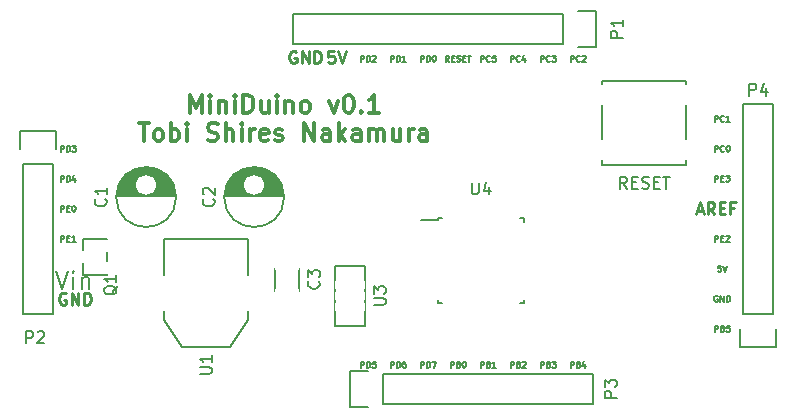
<source format=gbr>
G04 #@! TF.FileFunction,Legend,Top*
%FSLAX46Y46*%
G04 Gerber Fmt 4.6, Leading zero omitted, Abs format (unit mm)*
G04 Created by KiCad (PCBNEW 4.0.1-stable) date 9/12/2016 12:56:57 PM*
%MOMM*%
G01*
G04 APERTURE LIST*
%ADD10C,0.100000*%
%ADD11C,0.127000*%
%ADD12C,0.228600*%
%ADD13C,0.177800*%
%ADD14C,0.300000*%
%ADD15C,0.150000*%
%ADD16R,1.700000X1.700000*%
%ADD17C,1.700000*%
%ADD18R,2.000000X2.400000*%
%ADD19R,2.432000X2.127200*%
%ADD20O,2.432000X2.127200*%
%ADD21R,2.127200X2.432000*%
%ADD22O,2.127200X2.432000*%
%ADD23R,1.600000X1.100000*%
%ADD24R,2.050000X1.800000*%
%ADD25R,4.057600X2.432000*%
%ADD26R,1.416000X2.432000*%
%ADD27R,2.500000X0.700000*%
%ADD28R,2.000000X0.950000*%
%ADD29R,0.950000X2.000000*%
%ADD30C,2.600000*%
G04 APERTURE END LIST*
D10*
D11*
X191903047Y-48489810D02*
X191903047Y-47981810D01*
X192096571Y-47981810D01*
X192144952Y-48006000D01*
X192169143Y-48030190D01*
X192193333Y-48078571D01*
X192193333Y-48151143D01*
X192169143Y-48199524D01*
X192144952Y-48223714D01*
X192096571Y-48247905D01*
X191903047Y-48247905D01*
X192701333Y-48441429D02*
X192677143Y-48465619D01*
X192604571Y-48489810D01*
X192556190Y-48489810D01*
X192483619Y-48465619D01*
X192435238Y-48417238D01*
X192411047Y-48368857D01*
X192386857Y-48272095D01*
X192386857Y-48199524D01*
X192411047Y-48102762D01*
X192435238Y-48054381D01*
X192483619Y-48006000D01*
X192556190Y-47981810D01*
X192604571Y-47981810D01*
X192677143Y-48006000D01*
X192701333Y-48030190D01*
X192894857Y-48030190D02*
X192919047Y-48006000D01*
X192967428Y-47981810D01*
X193088381Y-47981810D01*
X193136762Y-48006000D01*
X193160952Y-48030190D01*
X193185143Y-48078571D01*
X193185143Y-48126952D01*
X193160952Y-48199524D01*
X192870666Y-48489810D01*
X193185143Y-48489810D01*
X189363047Y-48489810D02*
X189363047Y-47981810D01*
X189556571Y-47981810D01*
X189604952Y-48006000D01*
X189629143Y-48030190D01*
X189653333Y-48078571D01*
X189653333Y-48151143D01*
X189629143Y-48199524D01*
X189604952Y-48223714D01*
X189556571Y-48247905D01*
X189363047Y-48247905D01*
X190161333Y-48441429D02*
X190137143Y-48465619D01*
X190064571Y-48489810D01*
X190016190Y-48489810D01*
X189943619Y-48465619D01*
X189895238Y-48417238D01*
X189871047Y-48368857D01*
X189846857Y-48272095D01*
X189846857Y-48199524D01*
X189871047Y-48102762D01*
X189895238Y-48054381D01*
X189943619Y-48006000D01*
X190016190Y-47981810D01*
X190064571Y-47981810D01*
X190137143Y-48006000D01*
X190161333Y-48030190D01*
X190330666Y-47981810D02*
X190645143Y-47981810D01*
X190475809Y-48175333D01*
X190548381Y-48175333D01*
X190596762Y-48199524D01*
X190620952Y-48223714D01*
X190645143Y-48272095D01*
X190645143Y-48393048D01*
X190620952Y-48441429D01*
X190596762Y-48465619D01*
X190548381Y-48489810D01*
X190403238Y-48489810D01*
X190354857Y-48465619D01*
X190330666Y-48441429D01*
X186823047Y-48489810D02*
X186823047Y-47981810D01*
X187016571Y-47981810D01*
X187064952Y-48006000D01*
X187089143Y-48030190D01*
X187113333Y-48078571D01*
X187113333Y-48151143D01*
X187089143Y-48199524D01*
X187064952Y-48223714D01*
X187016571Y-48247905D01*
X186823047Y-48247905D01*
X187621333Y-48441429D02*
X187597143Y-48465619D01*
X187524571Y-48489810D01*
X187476190Y-48489810D01*
X187403619Y-48465619D01*
X187355238Y-48417238D01*
X187331047Y-48368857D01*
X187306857Y-48272095D01*
X187306857Y-48199524D01*
X187331047Y-48102762D01*
X187355238Y-48054381D01*
X187403619Y-48006000D01*
X187476190Y-47981810D01*
X187524571Y-47981810D01*
X187597143Y-48006000D01*
X187621333Y-48030190D01*
X188056762Y-48151143D02*
X188056762Y-48489810D01*
X187935809Y-47957619D02*
X187814857Y-48320476D01*
X188129333Y-48320476D01*
X184283047Y-48489810D02*
X184283047Y-47981810D01*
X184476571Y-47981810D01*
X184524952Y-48006000D01*
X184549143Y-48030190D01*
X184573333Y-48078571D01*
X184573333Y-48151143D01*
X184549143Y-48199524D01*
X184524952Y-48223714D01*
X184476571Y-48247905D01*
X184283047Y-48247905D01*
X185081333Y-48441429D02*
X185057143Y-48465619D01*
X184984571Y-48489810D01*
X184936190Y-48489810D01*
X184863619Y-48465619D01*
X184815238Y-48417238D01*
X184791047Y-48368857D01*
X184766857Y-48272095D01*
X184766857Y-48199524D01*
X184791047Y-48102762D01*
X184815238Y-48054381D01*
X184863619Y-48006000D01*
X184936190Y-47981810D01*
X184984571Y-47981810D01*
X185057143Y-48006000D01*
X185081333Y-48030190D01*
X185540952Y-47981810D02*
X185299047Y-47981810D01*
X185274857Y-48223714D01*
X185299047Y-48199524D01*
X185347428Y-48175333D01*
X185468381Y-48175333D01*
X185516762Y-48199524D01*
X185540952Y-48223714D01*
X185565143Y-48272095D01*
X185565143Y-48393048D01*
X185540952Y-48441429D01*
X185516762Y-48465619D01*
X185468381Y-48489810D01*
X185347428Y-48489810D01*
X185299047Y-48465619D01*
X185274857Y-48441429D01*
X179203047Y-48489810D02*
X179203047Y-47981810D01*
X179396571Y-47981810D01*
X179444952Y-48006000D01*
X179469143Y-48030190D01*
X179493333Y-48078571D01*
X179493333Y-48151143D01*
X179469143Y-48199524D01*
X179444952Y-48223714D01*
X179396571Y-48247905D01*
X179203047Y-48247905D01*
X179711047Y-48489810D02*
X179711047Y-47981810D01*
X179832000Y-47981810D01*
X179904571Y-48006000D01*
X179952952Y-48054381D01*
X179977143Y-48102762D01*
X180001333Y-48199524D01*
X180001333Y-48272095D01*
X179977143Y-48368857D01*
X179952952Y-48417238D01*
X179904571Y-48465619D01*
X179832000Y-48489810D01*
X179711047Y-48489810D01*
X180315809Y-47981810D02*
X180364190Y-47981810D01*
X180412571Y-48006000D01*
X180436762Y-48030190D01*
X180460952Y-48078571D01*
X180485143Y-48175333D01*
X180485143Y-48296286D01*
X180460952Y-48393048D01*
X180436762Y-48441429D01*
X180412571Y-48465619D01*
X180364190Y-48489810D01*
X180315809Y-48489810D01*
X180267428Y-48465619D01*
X180243238Y-48441429D01*
X180219047Y-48393048D01*
X180194857Y-48296286D01*
X180194857Y-48175333D01*
X180219047Y-48078571D01*
X180243238Y-48030190D01*
X180267428Y-48006000D01*
X180315809Y-47981810D01*
X176663047Y-48489810D02*
X176663047Y-47981810D01*
X176856571Y-47981810D01*
X176904952Y-48006000D01*
X176929143Y-48030190D01*
X176953333Y-48078571D01*
X176953333Y-48151143D01*
X176929143Y-48199524D01*
X176904952Y-48223714D01*
X176856571Y-48247905D01*
X176663047Y-48247905D01*
X177171047Y-48489810D02*
X177171047Y-47981810D01*
X177292000Y-47981810D01*
X177364571Y-48006000D01*
X177412952Y-48054381D01*
X177437143Y-48102762D01*
X177461333Y-48199524D01*
X177461333Y-48272095D01*
X177437143Y-48368857D01*
X177412952Y-48417238D01*
X177364571Y-48465619D01*
X177292000Y-48489810D01*
X177171047Y-48489810D01*
X177945143Y-48489810D02*
X177654857Y-48489810D01*
X177800000Y-48489810D02*
X177800000Y-47981810D01*
X177751619Y-48054381D01*
X177703238Y-48102762D01*
X177654857Y-48126952D01*
X174123047Y-48489810D02*
X174123047Y-47981810D01*
X174316571Y-47981810D01*
X174364952Y-48006000D01*
X174389143Y-48030190D01*
X174413333Y-48078571D01*
X174413333Y-48151143D01*
X174389143Y-48199524D01*
X174364952Y-48223714D01*
X174316571Y-48247905D01*
X174123047Y-48247905D01*
X174631047Y-48489810D02*
X174631047Y-47981810D01*
X174752000Y-47981810D01*
X174824571Y-48006000D01*
X174872952Y-48054381D01*
X174897143Y-48102762D01*
X174921333Y-48199524D01*
X174921333Y-48272095D01*
X174897143Y-48368857D01*
X174872952Y-48417238D01*
X174824571Y-48465619D01*
X174752000Y-48489810D01*
X174631047Y-48489810D01*
X175114857Y-48030190D02*
X175139047Y-48006000D01*
X175187428Y-47981810D01*
X175308381Y-47981810D01*
X175356762Y-48006000D01*
X175380952Y-48030190D01*
X175405143Y-48078571D01*
X175405143Y-48126952D01*
X175380952Y-48199524D01*
X175090666Y-48489810D01*
X175405143Y-48489810D01*
X204095047Y-53569810D02*
X204095047Y-53061810D01*
X204288571Y-53061810D01*
X204336952Y-53086000D01*
X204361143Y-53110190D01*
X204385333Y-53158571D01*
X204385333Y-53231143D01*
X204361143Y-53279524D01*
X204336952Y-53303714D01*
X204288571Y-53327905D01*
X204095047Y-53327905D01*
X204893333Y-53521429D02*
X204869143Y-53545619D01*
X204796571Y-53569810D01*
X204748190Y-53569810D01*
X204675619Y-53545619D01*
X204627238Y-53497238D01*
X204603047Y-53448857D01*
X204578857Y-53352095D01*
X204578857Y-53279524D01*
X204603047Y-53182762D01*
X204627238Y-53134381D01*
X204675619Y-53086000D01*
X204748190Y-53061810D01*
X204796571Y-53061810D01*
X204869143Y-53086000D01*
X204893333Y-53110190D01*
X205377143Y-53569810D02*
X205086857Y-53569810D01*
X205232000Y-53569810D02*
X205232000Y-53061810D01*
X205183619Y-53134381D01*
X205135238Y-53182762D01*
X205086857Y-53206952D01*
X204095047Y-56109810D02*
X204095047Y-55601810D01*
X204288571Y-55601810D01*
X204336952Y-55626000D01*
X204361143Y-55650190D01*
X204385333Y-55698571D01*
X204385333Y-55771143D01*
X204361143Y-55819524D01*
X204336952Y-55843714D01*
X204288571Y-55867905D01*
X204095047Y-55867905D01*
X204893333Y-56061429D02*
X204869143Y-56085619D01*
X204796571Y-56109810D01*
X204748190Y-56109810D01*
X204675619Y-56085619D01*
X204627238Y-56037238D01*
X204603047Y-55988857D01*
X204578857Y-55892095D01*
X204578857Y-55819524D01*
X204603047Y-55722762D01*
X204627238Y-55674381D01*
X204675619Y-55626000D01*
X204748190Y-55601810D01*
X204796571Y-55601810D01*
X204869143Y-55626000D01*
X204893333Y-55650190D01*
X205207809Y-55601810D02*
X205256190Y-55601810D01*
X205304571Y-55626000D01*
X205328762Y-55650190D01*
X205352952Y-55698571D01*
X205377143Y-55795333D01*
X205377143Y-55916286D01*
X205352952Y-56013048D01*
X205328762Y-56061429D01*
X205304571Y-56085619D01*
X205256190Y-56109810D01*
X205207809Y-56109810D01*
X205159428Y-56085619D01*
X205135238Y-56061429D01*
X205111047Y-56013048D01*
X205086857Y-55916286D01*
X205086857Y-55795333D01*
X205111047Y-55698571D01*
X205135238Y-55650190D01*
X205159428Y-55626000D01*
X205207809Y-55601810D01*
X204119238Y-58649810D02*
X204119238Y-58141810D01*
X204312762Y-58141810D01*
X204361143Y-58166000D01*
X204385334Y-58190190D01*
X204409524Y-58238571D01*
X204409524Y-58311143D01*
X204385334Y-58359524D01*
X204361143Y-58383714D01*
X204312762Y-58407905D01*
X204119238Y-58407905D01*
X204627238Y-58383714D02*
X204796572Y-58383714D01*
X204869143Y-58649810D02*
X204627238Y-58649810D01*
X204627238Y-58141810D01*
X204869143Y-58141810D01*
X205038476Y-58141810D02*
X205352953Y-58141810D01*
X205183619Y-58335333D01*
X205256191Y-58335333D01*
X205304572Y-58359524D01*
X205328762Y-58383714D01*
X205352953Y-58432095D01*
X205352953Y-58553048D01*
X205328762Y-58601429D01*
X205304572Y-58625619D01*
X205256191Y-58649810D01*
X205111048Y-58649810D01*
X205062667Y-58625619D01*
X205038476Y-58601429D01*
X204119238Y-63729810D02*
X204119238Y-63221810D01*
X204312762Y-63221810D01*
X204361143Y-63246000D01*
X204385334Y-63270190D01*
X204409524Y-63318571D01*
X204409524Y-63391143D01*
X204385334Y-63439524D01*
X204361143Y-63463714D01*
X204312762Y-63487905D01*
X204119238Y-63487905D01*
X204627238Y-63463714D02*
X204796572Y-63463714D01*
X204869143Y-63729810D02*
X204627238Y-63729810D01*
X204627238Y-63221810D01*
X204869143Y-63221810D01*
X205062667Y-63270190D02*
X205086857Y-63246000D01*
X205135238Y-63221810D01*
X205256191Y-63221810D01*
X205304572Y-63246000D01*
X205328762Y-63270190D01*
X205352953Y-63318571D01*
X205352953Y-63366952D01*
X205328762Y-63439524D01*
X205038476Y-63729810D01*
X205352953Y-63729810D01*
X204627238Y-65761810D02*
X204385333Y-65761810D01*
X204361143Y-66003714D01*
X204385333Y-65979524D01*
X204433714Y-65955333D01*
X204554667Y-65955333D01*
X204603048Y-65979524D01*
X204627238Y-66003714D01*
X204651429Y-66052095D01*
X204651429Y-66173048D01*
X204627238Y-66221429D01*
X204603048Y-66245619D01*
X204554667Y-66269810D01*
X204433714Y-66269810D01*
X204385333Y-66245619D01*
X204361143Y-66221429D01*
X204796572Y-65761810D02*
X204965905Y-66269810D01*
X205135239Y-65761810D01*
X204336953Y-68326000D02*
X204288572Y-68301810D01*
X204216000Y-68301810D01*
X204143429Y-68326000D01*
X204095048Y-68374381D01*
X204070857Y-68422762D01*
X204046667Y-68519524D01*
X204046667Y-68592095D01*
X204070857Y-68688857D01*
X204095048Y-68737238D01*
X204143429Y-68785619D01*
X204216000Y-68809810D01*
X204264381Y-68809810D01*
X204336953Y-68785619D01*
X204361143Y-68761429D01*
X204361143Y-68592095D01*
X204264381Y-68592095D01*
X204578857Y-68809810D02*
X204578857Y-68301810D01*
X204869143Y-68809810D01*
X204869143Y-68301810D01*
X205111047Y-68809810D02*
X205111047Y-68301810D01*
X205232000Y-68301810D01*
X205304571Y-68326000D01*
X205352952Y-68374381D01*
X205377143Y-68422762D01*
X205401333Y-68519524D01*
X205401333Y-68592095D01*
X205377143Y-68688857D01*
X205352952Y-68737238D01*
X205304571Y-68785619D01*
X205232000Y-68809810D01*
X205111047Y-68809810D01*
X204095047Y-71349810D02*
X204095047Y-70841810D01*
X204288571Y-70841810D01*
X204336952Y-70866000D01*
X204361143Y-70890190D01*
X204385333Y-70938571D01*
X204385333Y-71011143D01*
X204361143Y-71059524D01*
X204336952Y-71083714D01*
X204288571Y-71107905D01*
X204095047Y-71107905D01*
X204772381Y-71083714D02*
X204844952Y-71107905D01*
X204869143Y-71132095D01*
X204893333Y-71180476D01*
X204893333Y-71253048D01*
X204869143Y-71301429D01*
X204844952Y-71325619D01*
X204796571Y-71349810D01*
X204603047Y-71349810D01*
X204603047Y-70841810D01*
X204772381Y-70841810D01*
X204820762Y-70866000D01*
X204844952Y-70890190D01*
X204869143Y-70938571D01*
X204869143Y-70986952D01*
X204844952Y-71035333D01*
X204820762Y-71059524D01*
X204772381Y-71083714D01*
X204603047Y-71083714D01*
X205352952Y-70841810D02*
X205111047Y-70841810D01*
X205086857Y-71083714D01*
X205111047Y-71059524D01*
X205159428Y-71035333D01*
X205280381Y-71035333D01*
X205328762Y-71059524D01*
X205352952Y-71083714D01*
X205377143Y-71132095D01*
X205377143Y-71253048D01*
X205352952Y-71301429D01*
X205328762Y-71325619D01*
X205280381Y-71349810D01*
X205159428Y-71349810D01*
X205111047Y-71325619D01*
X205086857Y-71301429D01*
X191903047Y-74397810D02*
X191903047Y-73889810D01*
X192096571Y-73889810D01*
X192144952Y-73914000D01*
X192169143Y-73938190D01*
X192193333Y-73986571D01*
X192193333Y-74059143D01*
X192169143Y-74107524D01*
X192144952Y-74131714D01*
X192096571Y-74155905D01*
X191903047Y-74155905D01*
X192580381Y-74131714D02*
X192652952Y-74155905D01*
X192677143Y-74180095D01*
X192701333Y-74228476D01*
X192701333Y-74301048D01*
X192677143Y-74349429D01*
X192652952Y-74373619D01*
X192604571Y-74397810D01*
X192411047Y-74397810D01*
X192411047Y-73889810D01*
X192580381Y-73889810D01*
X192628762Y-73914000D01*
X192652952Y-73938190D01*
X192677143Y-73986571D01*
X192677143Y-74034952D01*
X192652952Y-74083333D01*
X192628762Y-74107524D01*
X192580381Y-74131714D01*
X192411047Y-74131714D01*
X193136762Y-74059143D02*
X193136762Y-74397810D01*
X193015809Y-73865619D02*
X192894857Y-74228476D01*
X193209333Y-74228476D01*
X189363047Y-74397810D02*
X189363047Y-73889810D01*
X189556571Y-73889810D01*
X189604952Y-73914000D01*
X189629143Y-73938190D01*
X189653333Y-73986571D01*
X189653333Y-74059143D01*
X189629143Y-74107524D01*
X189604952Y-74131714D01*
X189556571Y-74155905D01*
X189363047Y-74155905D01*
X190040381Y-74131714D02*
X190112952Y-74155905D01*
X190137143Y-74180095D01*
X190161333Y-74228476D01*
X190161333Y-74301048D01*
X190137143Y-74349429D01*
X190112952Y-74373619D01*
X190064571Y-74397810D01*
X189871047Y-74397810D01*
X189871047Y-73889810D01*
X190040381Y-73889810D01*
X190088762Y-73914000D01*
X190112952Y-73938190D01*
X190137143Y-73986571D01*
X190137143Y-74034952D01*
X190112952Y-74083333D01*
X190088762Y-74107524D01*
X190040381Y-74131714D01*
X189871047Y-74131714D01*
X190330666Y-73889810D02*
X190645143Y-73889810D01*
X190475809Y-74083333D01*
X190548381Y-74083333D01*
X190596762Y-74107524D01*
X190620952Y-74131714D01*
X190645143Y-74180095D01*
X190645143Y-74301048D01*
X190620952Y-74349429D01*
X190596762Y-74373619D01*
X190548381Y-74397810D01*
X190403238Y-74397810D01*
X190354857Y-74373619D01*
X190330666Y-74349429D01*
X186823047Y-74397810D02*
X186823047Y-73889810D01*
X187016571Y-73889810D01*
X187064952Y-73914000D01*
X187089143Y-73938190D01*
X187113333Y-73986571D01*
X187113333Y-74059143D01*
X187089143Y-74107524D01*
X187064952Y-74131714D01*
X187016571Y-74155905D01*
X186823047Y-74155905D01*
X187500381Y-74131714D02*
X187572952Y-74155905D01*
X187597143Y-74180095D01*
X187621333Y-74228476D01*
X187621333Y-74301048D01*
X187597143Y-74349429D01*
X187572952Y-74373619D01*
X187524571Y-74397810D01*
X187331047Y-74397810D01*
X187331047Y-73889810D01*
X187500381Y-73889810D01*
X187548762Y-73914000D01*
X187572952Y-73938190D01*
X187597143Y-73986571D01*
X187597143Y-74034952D01*
X187572952Y-74083333D01*
X187548762Y-74107524D01*
X187500381Y-74131714D01*
X187331047Y-74131714D01*
X187814857Y-73938190D02*
X187839047Y-73914000D01*
X187887428Y-73889810D01*
X188008381Y-73889810D01*
X188056762Y-73914000D01*
X188080952Y-73938190D01*
X188105143Y-73986571D01*
X188105143Y-74034952D01*
X188080952Y-74107524D01*
X187790666Y-74397810D01*
X188105143Y-74397810D01*
X184283047Y-74397810D02*
X184283047Y-73889810D01*
X184476571Y-73889810D01*
X184524952Y-73914000D01*
X184549143Y-73938190D01*
X184573333Y-73986571D01*
X184573333Y-74059143D01*
X184549143Y-74107524D01*
X184524952Y-74131714D01*
X184476571Y-74155905D01*
X184283047Y-74155905D01*
X184960381Y-74131714D02*
X185032952Y-74155905D01*
X185057143Y-74180095D01*
X185081333Y-74228476D01*
X185081333Y-74301048D01*
X185057143Y-74349429D01*
X185032952Y-74373619D01*
X184984571Y-74397810D01*
X184791047Y-74397810D01*
X184791047Y-73889810D01*
X184960381Y-73889810D01*
X185008762Y-73914000D01*
X185032952Y-73938190D01*
X185057143Y-73986571D01*
X185057143Y-74034952D01*
X185032952Y-74083333D01*
X185008762Y-74107524D01*
X184960381Y-74131714D01*
X184791047Y-74131714D01*
X185565143Y-74397810D02*
X185274857Y-74397810D01*
X185420000Y-74397810D02*
X185420000Y-73889810D01*
X185371619Y-73962381D01*
X185323238Y-74010762D01*
X185274857Y-74034952D01*
X181743047Y-74397810D02*
X181743047Y-73889810D01*
X181936571Y-73889810D01*
X181984952Y-73914000D01*
X182009143Y-73938190D01*
X182033333Y-73986571D01*
X182033333Y-74059143D01*
X182009143Y-74107524D01*
X181984952Y-74131714D01*
X181936571Y-74155905D01*
X181743047Y-74155905D01*
X182420381Y-74131714D02*
X182492952Y-74155905D01*
X182517143Y-74180095D01*
X182541333Y-74228476D01*
X182541333Y-74301048D01*
X182517143Y-74349429D01*
X182492952Y-74373619D01*
X182444571Y-74397810D01*
X182251047Y-74397810D01*
X182251047Y-73889810D01*
X182420381Y-73889810D01*
X182468762Y-73914000D01*
X182492952Y-73938190D01*
X182517143Y-73986571D01*
X182517143Y-74034952D01*
X182492952Y-74083333D01*
X182468762Y-74107524D01*
X182420381Y-74131714D01*
X182251047Y-74131714D01*
X182855809Y-73889810D02*
X182904190Y-73889810D01*
X182952571Y-73914000D01*
X182976762Y-73938190D01*
X183000952Y-73986571D01*
X183025143Y-74083333D01*
X183025143Y-74204286D01*
X183000952Y-74301048D01*
X182976762Y-74349429D01*
X182952571Y-74373619D01*
X182904190Y-74397810D01*
X182855809Y-74397810D01*
X182807428Y-74373619D01*
X182783238Y-74349429D01*
X182759047Y-74301048D01*
X182734857Y-74204286D01*
X182734857Y-74083333D01*
X182759047Y-73986571D01*
X182783238Y-73938190D01*
X182807428Y-73914000D01*
X182855809Y-73889810D01*
X179203047Y-74397810D02*
X179203047Y-73889810D01*
X179396571Y-73889810D01*
X179444952Y-73914000D01*
X179469143Y-73938190D01*
X179493333Y-73986571D01*
X179493333Y-74059143D01*
X179469143Y-74107524D01*
X179444952Y-74131714D01*
X179396571Y-74155905D01*
X179203047Y-74155905D01*
X179711047Y-74397810D02*
X179711047Y-73889810D01*
X179832000Y-73889810D01*
X179904571Y-73914000D01*
X179952952Y-73962381D01*
X179977143Y-74010762D01*
X180001333Y-74107524D01*
X180001333Y-74180095D01*
X179977143Y-74276857D01*
X179952952Y-74325238D01*
X179904571Y-74373619D01*
X179832000Y-74397810D01*
X179711047Y-74397810D01*
X180170666Y-73889810D02*
X180509333Y-73889810D01*
X180291619Y-74397810D01*
X176663047Y-74397810D02*
X176663047Y-73889810D01*
X176856571Y-73889810D01*
X176904952Y-73914000D01*
X176929143Y-73938190D01*
X176953333Y-73986571D01*
X176953333Y-74059143D01*
X176929143Y-74107524D01*
X176904952Y-74131714D01*
X176856571Y-74155905D01*
X176663047Y-74155905D01*
X177171047Y-74397810D02*
X177171047Y-73889810D01*
X177292000Y-73889810D01*
X177364571Y-73914000D01*
X177412952Y-73962381D01*
X177437143Y-74010762D01*
X177461333Y-74107524D01*
X177461333Y-74180095D01*
X177437143Y-74276857D01*
X177412952Y-74325238D01*
X177364571Y-74373619D01*
X177292000Y-74397810D01*
X177171047Y-74397810D01*
X177896762Y-73889810D02*
X177800000Y-73889810D01*
X177751619Y-73914000D01*
X177727428Y-73938190D01*
X177679047Y-74010762D01*
X177654857Y-74107524D01*
X177654857Y-74301048D01*
X177679047Y-74349429D01*
X177703238Y-74373619D01*
X177751619Y-74397810D01*
X177848381Y-74397810D01*
X177896762Y-74373619D01*
X177920952Y-74349429D01*
X177945143Y-74301048D01*
X177945143Y-74180095D01*
X177920952Y-74131714D01*
X177896762Y-74107524D01*
X177848381Y-74083333D01*
X177751619Y-74083333D01*
X177703238Y-74107524D01*
X177679047Y-74131714D01*
X177654857Y-74180095D01*
X174123047Y-74397810D02*
X174123047Y-73889810D01*
X174316571Y-73889810D01*
X174364952Y-73914000D01*
X174389143Y-73938190D01*
X174413333Y-73986571D01*
X174413333Y-74059143D01*
X174389143Y-74107524D01*
X174364952Y-74131714D01*
X174316571Y-74155905D01*
X174123047Y-74155905D01*
X174631047Y-74397810D02*
X174631047Y-73889810D01*
X174752000Y-73889810D01*
X174824571Y-73914000D01*
X174872952Y-73962381D01*
X174897143Y-74010762D01*
X174921333Y-74107524D01*
X174921333Y-74180095D01*
X174897143Y-74276857D01*
X174872952Y-74325238D01*
X174824571Y-74373619D01*
X174752000Y-74397810D01*
X174631047Y-74397810D01*
X175380952Y-73889810D02*
X175139047Y-73889810D01*
X175114857Y-74131714D01*
X175139047Y-74107524D01*
X175187428Y-74083333D01*
X175308381Y-74083333D01*
X175356762Y-74107524D01*
X175380952Y-74131714D01*
X175405143Y-74180095D01*
X175405143Y-74301048D01*
X175380952Y-74349429D01*
X175356762Y-74373619D01*
X175308381Y-74397810D01*
X175187428Y-74397810D01*
X175139047Y-74373619D01*
X175114857Y-74349429D01*
X148747238Y-63729810D02*
X148747238Y-63221810D01*
X148940762Y-63221810D01*
X148989143Y-63246000D01*
X149013334Y-63270190D01*
X149037524Y-63318571D01*
X149037524Y-63391143D01*
X149013334Y-63439524D01*
X148989143Y-63463714D01*
X148940762Y-63487905D01*
X148747238Y-63487905D01*
X149255238Y-63463714D02*
X149424572Y-63463714D01*
X149497143Y-63729810D02*
X149255238Y-63729810D01*
X149255238Y-63221810D01*
X149497143Y-63221810D01*
X149980953Y-63729810D02*
X149690667Y-63729810D01*
X149835810Y-63729810D02*
X149835810Y-63221810D01*
X149787429Y-63294381D01*
X149739048Y-63342762D01*
X149690667Y-63366952D01*
X148747238Y-61189810D02*
X148747238Y-60681810D01*
X148940762Y-60681810D01*
X148989143Y-60706000D01*
X149013334Y-60730190D01*
X149037524Y-60778571D01*
X149037524Y-60851143D01*
X149013334Y-60899524D01*
X148989143Y-60923714D01*
X148940762Y-60947905D01*
X148747238Y-60947905D01*
X149255238Y-60923714D02*
X149424572Y-60923714D01*
X149497143Y-61189810D02*
X149255238Y-61189810D01*
X149255238Y-60681810D01*
X149497143Y-60681810D01*
X149811619Y-60681810D02*
X149860000Y-60681810D01*
X149908381Y-60706000D01*
X149932572Y-60730190D01*
X149956762Y-60778571D01*
X149980953Y-60875333D01*
X149980953Y-60996286D01*
X149956762Y-61093048D01*
X149932572Y-61141429D01*
X149908381Y-61165619D01*
X149860000Y-61189810D01*
X149811619Y-61189810D01*
X149763238Y-61165619D01*
X149739048Y-61141429D01*
X149714857Y-61093048D01*
X149690667Y-60996286D01*
X149690667Y-60875333D01*
X149714857Y-60778571D01*
X149739048Y-60730190D01*
X149763238Y-60706000D01*
X149811619Y-60681810D01*
X148723047Y-58649810D02*
X148723047Y-58141810D01*
X148916571Y-58141810D01*
X148964952Y-58166000D01*
X148989143Y-58190190D01*
X149013333Y-58238571D01*
X149013333Y-58311143D01*
X148989143Y-58359524D01*
X148964952Y-58383714D01*
X148916571Y-58407905D01*
X148723047Y-58407905D01*
X149231047Y-58649810D02*
X149231047Y-58141810D01*
X149352000Y-58141810D01*
X149424571Y-58166000D01*
X149472952Y-58214381D01*
X149497143Y-58262762D01*
X149521333Y-58359524D01*
X149521333Y-58432095D01*
X149497143Y-58528857D01*
X149472952Y-58577238D01*
X149424571Y-58625619D01*
X149352000Y-58649810D01*
X149231047Y-58649810D01*
X149956762Y-58311143D02*
X149956762Y-58649810D01*
X149835809Y-58117619D02*
X149714857Y-58480476D01*
X150029333Y-58480476D01*
X148723047Y-56109810D02*
X148723047Y-55601810D01*
X148916571Y-55601810D01*
X148964952Y-55626000D01*
X148989143Y-55650190D01*
X149013333Y-55698571D01*
X149013333Y-55771143D01*
X148989143Y-55819524D01*
X148964952Y-55843714D01*
X148916571Y-55867905D01*
X148723047Y-55867905D01*
X149231047Y-56109810D02*
X149231047Y-55601810D01*
X149352000Y-55601810D01*
X149424571Y-55626000D01*
X149472952Y-55674381D01*
X149497143Y-55722762D01*
X149521333Y-55819524D01*
X149521333Y-55892095D01*
X149497143Y-55988857D01*
X149472952Y-56037238D01*
X149424571Y-56085619D01*
X149352000Y-56109810D01*
X149231047Y-56109810D01*
X149690666Y-55601810D02*
X150005143Y-55601810D01*
X149835809Y-55795333D01*
X149908381Y-55795333D01*
X149956762Y-55819524D01*
X149980952Y-55843714D01*
X150005143Y-55892095D01*
X150005143Y-56013048D01*
X149980952Y-56061429D01*
X149956762Y-56085619D01*
X149908381Y-56109810D01*
X149763238Y-56109810D01*
X149714857Y-56085619D01*
X149690666Y-56061429D01*
X181634190Y-48489810D02*
X181464857Y-48247905D01*
X181343904Y-48489810D02*
X181343904Y-47981810D01*
X181537428Y-47981810D01*
X181585809Y-48006000D01*
X181610000Y-48030190D01*
X181634190Y-48078571D01*
X181634190Y-48151143D01*
X181610000Y-48199524D01*
X181585809Y-48223714D01*
X181537428Y-48247905D01*
X181343904Y-48247905D01*
X181851904Y-48223714D02*
X182021238Y-48223714D01*
X182093809Y-48489810D02*
X181851904Y-48489810D01*
X181851904Y-47981810D01*
X182093809Y-47981810D01*
X182287333Y-48465619D02*
X182359904Y-48489810D01*
X182480857Y-48489810D01*
X182529238Y-48465619D01*
X182553428Y-48441429D01*
X182577619Y-48393048D01*
X182577619Y-48344667D01*
X182553428Y-48296286D01*
X182529238Y-48272095D01*
X182480857Y-48247905D01*
X182384095Y-48223714D01*
X182335714Y-48199524D01*
X182311523Y-48175333D01*
X182287333Y-48126952D01*
X182287333Y-48078571D01*
X182311523Y-48030190D01*
X182335714Y-48006000D01*
X182384095Y-47981810D01*
X182505047Y-47981810D01*
X182577619Y-48006000D01*
X182795333Y-48223714D02*
X182964667Y-48223714D01*
X183037238Y-48489810D02*
X182795333Y-48489810D01*
X182795333Y-47981810D01*
X183037238Y-47981810D01*
X183182381Y-47981810D02*
X183472667Y-47981810D01*
X183327524Y-48489810D02*
X183327524Y-47981810D01*
D12*
X168643905Y-47650400D02*
X168547143Y-47602019D01*
X168402000Y-47602019D01*
X168256858Y-47650400D01*
X168160096Y-47747162D01*
X168111715Y-47843924D01*
X168063334Y-48037448D01*
X168063334Y-48182590D01*
X168111715Y-48376114D01*
X168160096Y-48472876D01*
X168256858Y-48569638D01*
X168402000Y-48618019D01*
X168498762Y-48618019D01*
X168643905Y-48569638D01*
X168692286Y-48521257D01*
X168692286Y-48182590D01*
X168498762Y-48182590D01*
X169127715Y-48618019D02*
X169127715Y-47602019D01*
X169708286Y-48618019D01*
X169708286Y-47602019D01*
X170192096Y-48618019D02*
X170192096Y-47602019D01*
X170434001Y-47602019D01*
X170579143Y-47650400D01*
X170675905Y-47747162D01*
X170724286Y-47843924D01*
X170772667Y-48037448D01*
X170772667Y-48182590D01*
X170724286Y-48376114D01*
X170675905Y-48472876D01*
X170579143Y-48569638D01*
X170434001Y-48618019D01*
X170192096Y-48618019D01*
X171866076Y-47602019D02*
X171382267Y-47602019D01*
X171333886Y-48085829D01*
X171382267Y-48037448D01*
X171479029Y-47989067D01*
X171720933Y-47989067D01*
X171817695Y-48037448D01*
X171866076Y-48085829D01*
X171914457Y-48182590D01*
X171914457Y-48424495D01*
X171866076Y-48521257D01*
X171817695Y-48569638D01*
X171720933Y-48618019D01*
X171479029Y-48618019D01*
X171382267Y-48569638D01*
X171333886Y-48521257D01*
X172204743Y-47602019D02*
X172543410Y-48618019D01*
X172882076Y-47602019D01*
X202571048Y-61129333D02*
X203054857Y-61129333D01*
X202474286Y-61419619D02*
X202812953Y-60403619D01*
X203151619Y-61419619D01*
X204070857Y-61419619D02*
X203732191Y-60935810D01*
X203490286Y-61419619D02*
X203490286Y-60403619D01*
X203877333Y-60403619D01*
X203974095Y-60452000D01*
X204022476Y-60500381D01*
X204070857Y-60597143D01*
X204070857Y-60742286D01*
X204022476Y-60839048D01*
X203974095Y-60887429D01*
X203877333Y-60935810D01*
X203490286Y-60935810D01*
X204506286Y-60887429D02*
X204844952Y-60887429D01*
X204990095Y-61419619D02*
X204506286Y-61419619D01*
X204506286Y-60403619D01*
X204990095Y-60403619D01*
X205764190Y-60887429D02*
X205425524Y-60887429D01*
X205425524Y-61419619D02*
X205425524Y-60403619D01*
X205909333Y-60403619D01*
X149162105Y-68122800D02*
X149065343Y-68074419D01*
X148920200Y-68074419D01*
X148775058Y-68122800D01*
X148678296Y-68219562D01*
X148629915Y-68316324D01*
X148581534Y-68509848D01*
X148581534Y-68654990D01*
X148629915Y-68848514D01*
X148678296Y-68945276D01*
X148775058Y-69042038D01*
X148920200Y-69090419D01*
X149016962Y-69090419D01*
X149162105Y-69042038D01*
X149210486Y-68993657D01*
X149210486Y-68654990D01*
X149016962Y-68654990D01*
X149645915Y-69090419D02*
X149645915Y-68074419D01*
X150226486Y-69090419D01*
X150226486Y-68074419D01*
X150710296Y-69090419D02*
X150710296Y-68074419D01*
X150952201Y-68074419D01*
X151097343Y-68122800D01*
X151194105Y-68219562D01*
X151242486Y-68316324D01*
X151290867Y-68509848D01*
X151290867Y-68654990D01*
X151242486Y-68848514D01*
X151194105Y-68945276D01*
X151097343Y-69042038D01*
X150952201Y-69090419D01*
X150710296Y-69090419D01*
D13*
X148298886Y-66234571D02*
X148798886Y-67734571D01*
X149298886Y-66234571D01*
X149798886Y-67734571D02*
X149798886Y-66734571D01*
X149798886Y-66234571D02*
X149727457Y-66306000D01*
X149798886Y-66377429D01*
X149870314Y-66306000D01*
X149798886Y-66234571D01*
X149798886Y-66377429D01*
X150513172Y-66734571D02*
X150513172Y-67734571D01*
X150513172Y-66877429D02*
X150584600Y-66806000D01*
X150727458Y-66734571D01*
X150941743Y-66734571D01*
X151084600Y-66806000D01*
X151156029Y-66948857D01*
X151156029Y-67734571D01*
D14*
X159675714Y-52818571D02*
X159675714Y-51318571D01*
X160175714Y-52390000D01*
X160675714Y-51318571D01*
X160675714Y-52818571D01*
X161390000Y-52818571D02*
X161390000Y-51818571D01*
X161390000Y-51318571D02*
X161318571Y-51390000D01*
X161390000Y-51461429D01*
X161461428Y-51390000D01*
X161390000Y-51318571D01*
X161390000Y-51461429D01*
X162104286Y-51818571D02*
X162104286Y-52818571D01*
X162104286Y-51961429D02*
X162175714Y-51890000D01*
X162318572Y-51818571D01*
X162532857Y-51818571D01*
X162675714Y-51890000D01*
X162747143Y-52032857D01*
X162747143Y-52818571D01*
X163461429Y-52818571D02*
X163461429Y-51818571D01*
X163461429Y-51318571D02*
X163390000Y-51390000D01*
X163461429Y-51461429D01*
X163532857Y-51390000D01*
X163461429Y-51318571D01*
X163461429Y-51461429D01*
X164175715Y-52818571D02*
X164175715Y-51318571D01*
X164532858Y-51318571D01*
X164747143Y-51390000D01*
X164890001Y-51532857D01*
X164961429Y-51675714D01*
X165032858Y-51961429D01*
X165032858Y-52175714D01*
X164961429Y-52461429D01*
X164890001Y-52604286D01*
X164747143Y-52747143D01*
X164532858Y-52818571D01*
X164175715Y-52818571D01*
X166318572Y-51818571D02*
X166318572Y-52818571D01*
X165675715Y-51818571D02*
X165675715Y-52604286D01*
X165747143Y-52747143D01*
X165890001Y-52818571D01*
X166104286Y-52818571D01*
X166247143Y-52747143D01*
X166318572Y-52675714D01*
X167032858Y-52818571D02*
X167032858Y-51818571D01*
X167032858Y-51318571D02*
X166961429Y-51390000D01*
X167032858Y-51461429D01*
X167104286Y-51390000D01*
X167032858Y-51318571D01*
X167032858Y-51461429D01*
X167747144Y-51818571D02*
X167747144Y-52818571D01*
X167747144Y-51961429D02*
X167818572Y-51890000D01*
X167961430Y-51818571D01*
X168175715Y-51818571D01*
X168318572Y-51890000D01*
X168390001Y-52032857D01*
X168390001Y-52818571D01*
X169318573Y-52818571D02*
X169175715Y-52747143D01*
X169104287Y-52675714D01*
X169032858Y-52532857D01*
X169032858Y-52104286D01*
X169104287Y-51961429D01*
X169175715Y-51890000D01*
X169318573Y-51818571D01*
X169532858Y-51818571D01*
X169675715Y-51890000D01*
X169747144Y-51961429D01*
X169818573Y-52104286D01*
X169818573Y-52532857D01*
X169747144Y-52675714D01*
X169675715Y-52747143D01*
X169532858Y-52818571D01*
X169318573Y-52818571D01*
X171461430Y-51818571D02*
X171818573Y-52818571D01*
X172175715Y-51818571D01*
X173032858Y-51318571D02*
X173175715Y-51318571D01*
X173318572Y-51390000D01*
X173390001Y-51461429D01*
X173461430Y-51604286D01*
X173532858Y-51890000D01*
X173532858Y-52247143D01*
X173461430Y-52532857D01*
X173390001Y-52675714D01*
X173318572Y-52747143D01*
X173175715Y-52818571D01*
X173032858Y-52818571D01*
X172890001Y-52747143D01*
X172818572Y-52675714D01*
X172747144Y-52532857D01*
X172675715Y-52247143D01*
X172675715Y-51890000D01*
X172747144Y-51604286D01*
X172818572Y-51461429D01*
X172890001Y-51390000D01*
X173032858Y-51318571D01*
X174175715Y-52675714D02*
X174247143Y-52747143D01*
X174175715Y-52818571D01*
X174104286Y-52747143D01*
X174175715Y-52675714D01*
X174175715Y-52818571D01*
X175675715Y-52818571D02*
X174818572Y-52818571D01*
X175247144Y-52818571D02*
X175247144Y-51318571D01*
X175104287Y-51532857D01*
X174961429Y-51675714D01*
X174818572Y-51747143D01*
X155318571Y-53718571D02*
X156175714Y-53718571D01*
X155747143Y-55218571D02*
X155747143Y-53718571D01*
X156890000Y-55218571D02*
X156747142Y-55147143D01*
X156675714Y-55075714D01*
X156604285Y-54932857D01*
X156604285Y-54504286D01*
X156675714Y-54361429D01*
X156747142Y-54290000D01*
X156890000Y-54218571D01*
X157104285Y-54218571D01*
X157247142Y-54290000D01*
X157318571Y-54361429D01*
X157390000Y-54504286D01*
X157390000Y-54932857D01*
X157318571Y-55075714D01*
X157247142Y-55147143D01*
X157104285Y-55218571D01*
X156890000Y-55218571D01*
X158032857Y-55218571D02*
X158032857Y-53718571D01*
X158032857Y-54290000D02*
X158175714Y-54218571D01*
X158461428Y-54218571D01*
X158604285Y-54290000D01*
X158675714Y-54361429D01*
X158747143Y-54504286D01*
X158747143Y-54932857D01*
X158675714Y-55075714D01*
X158604285Y-55147143D01*
X158461428Y-55218571D01*
X158175714Y-55218571D01*
X158032857Y-55147143D01*
X159390000Y-55218571D02*
X159390000Y-54218571D01*
X159390000Y-53718571D02*
X159318571Y-53790000D01*
X159390000Y-53861429D01*
X159461428Y-53790000D01*
X159390000Y-53718571D01*
X159390000Y-53861429D01*
X161175714Y-55147143D02*
X161390000Y-55218571D01*
X161747143Y-55218571D01*
X161890000Y-55147143D01*
X161961429Y-55075714D01*
X162032857Y-54932857D01*
X162032857Y-54790000D01*
X161961429Y-54647143D01*
X161890000Y-54575714D01*
X161747143Y-54504286D01*
X161461429Y-54432857D01*
X161318571Y-54361429D01*
X161247143Y-54290000D01*
X161175714Y-54147143D01*
X161175714Y-54004286D01*
X161247143Y-53861429D01*
X161318571Y-53790000D01*
X161461429Y-53718571D01*
X161818571Y-53718571D01*
X162032857Y-53790000D01*
X162675714Y-55218571D02*
X162675714Y-53718571D01*
X163318571Y-55218571D02*
X163318571Y-54432857D01*
X163247142Y-54290000D01*
X163104285Y-54218571D01*
X162890000Y-54218571D01*
X162747142Y-54290000D01*
X162675714Y-54361429D01*
X164032857Y-55218571D02*
X164032857Y-54218571D01*
X164032857Y-53718571D02*
X163961428Y-53790000D01*
X164032857Y-53861429D01*
X164104285Y-53790000D01*
X164032857Y-53718571D01*
X164032857Y-53861429D01*
X164747143Y-55218571D02*
X164747143Y-54218571D01*
X164747143Y-54504286D02*
X164818571Y-54361429D01*
X164890000Y-54290000D01*
X165032857Y-54218571D01*
X165175714Y-54218571D01*
X166247142Y-55147143D02*
X166104285Y-55218571D01*
X165818571Y-55218571D01*
X165675714Y-55147143D01*
X165604285Y-55004286D01*
X165604285Y-54432857D01*
X165675714Y-54290000D01*
X165818571Y-54218571D01*
X166104285Y-54218571D01*
X166247142Y-54290000D01*
X166318571Y-54432857D01*
X166318571Y-54575714D01*
X165604285Y-54718571D01*
X166889999Y-55147143D02*
X167032856Y-55218571D01*
X167318571Y-55218571D01*
X167461428Y-55147143D01*
X167532856Y-55004286D01*
X167532856Y-54932857D01*
X167461428Y-54790000D01*
X167318571Y-54718571D01*
X167104285Y-54718571D01*
X166961428Y-54647143D01*
X166889999Y-54504286D01*
X166889999Y-54432857D01*
X166961428Y-54290000D01*
X167104285Y-54218571D01*
X167318571Y-54218571D01*
X167461428Y-54290000D01*
X169318571Y-55218571D02*
X169318571Y-53718571D01*
X170175714Y-55218571D01*
X170175714Y-53718571D01*
X171532857Y-55218571D02*
X171532857Y-54432857D01*
X171461428Y-54290000D01*
X171318571Y-54218571D01*
X171032857Y-54218571D01*
X170890000Y-54290000D01*
X171532857Y-55147143D02*
X171390000Y-55218571D01*
X171032857Y-55218571D01*
X170890000Y-55147143D01*
X170818571Y-55004286D01*
X170818571Y-54861429D01*
X170890000Y-54718571D01*
X171032857Y-54647143D01*
X171390000Y-54647143D01*
X171532857Y-54575714D01*
X172247143Y-55218571D02*
X172247143Y-53718571D01*
X172390000Y-54647143D02*
X172818571Y-55218571D01*
X172818571Y-54218571D02*
X172247143Y-54790000D01*
X174104286Y-55218571D02*
X174104286Y-54432857D01*
X174032857Y-54290000D01*
X173890000Y-54218571D01*
X173604286Y-54218571D01*
X173461429Y-54290000D01*
X174104286Y-55147143D02*
X173961429Y-55218571D01*
X173604286Y-55218571D01*
X173461429Y-55147143D01*
X173390000Y-55004286D01*
X173390000Y-54861429D01*
X173461429Y-54718571D01*
X173604286Y-54647143D01*
X173961429Y-54647143D01*
X174104286Y-54575714D01*
X174818572Y-55218571D02*
X174818572Y-54218571D01*
X174818572Y-54361429D02*
X174890000Y-54290000D01*
X175032858Y-54218571D01*
X175247143Y-54218571D01*
X175390000Y-54290000D01*
X175461429Y-54432857D01*
X175461429Y-55218571D01*
X175461429Y-54432857D02*
X175532858Y-54290000D01*
X175675715Y-54218571D01*
X175890000Y-54218571D01*
X176032858Y-54290000D01*
X176104286Y-54432857D01*
X176104286Y-55218571D01*
X177461429Y-54218571D02*
X177461429Y-55218571D01*
X176818572Y-54218571D02*
X176818572Y-55004286D01*
X176890000Y-55147143D01*
X177032858Y-55218571D01*
X177247143Y-55218571D01*
X177390000Y-55147143D01*
X177461429Y-55075714D01*
X178175715Y-55218571D02*
X178175715Y-54218571D01*
X178175715Y-54504286D02*
X178247143Y-54361429D01*
X178318572Y-54290000D01*
X178461429Y-54218571D01*
X178604286Y-54218571D01*
X179747143Y-55218571D02*
X179747143Y-54432857D01*
X179675714Y-54290000D01*
X179532857Y-54218571D01*
X179247143Y-54218571D01*
X179104286Y-54290000D01*
X179747143Y-55147143D02*
X179604286Y-55218571D01*
X179247143Y-55218571D01*
X179104286Y-55147143D01*
X179032857Y-55004286D01*
X179032857Y-54861429D01*
X179104286Y-54718571D01*
X179247143Y-54647143D01*
X179604286Y-54647143D01*
X179747143Y-54575714D01*
D15*
X153457000Y-59885000D02*
X158455000Y-59885000D01*
X153465000Y-59745000D02*
X155802000Y-59745000D01*
X156110000Y-59745000D02*
X158447000Y-59745000D01*
X153481000Y-59605000D02*
X155483000Y-59605000D01*
X156429000Y-59605000D02*
X158431000Y-59605000D01*
X153505000Y-59465000D02*
X155336000Y-59465000D01*
X156576000Y-59465000D02*
X158407000Y-59465000D01*
X153538000Y-59325000D02*
X155244000Y-59325000D01*
X156668000Y-59325000D02*
X158374000Y-59325000D01*
X153579000Y-59185000D02*
X155188000Y-59185000D01*
X156724000Y-59185000D02*
X158333000Y-59185000D01*
X153629000Y-59045000D02*
X155161000Y-59045000D01*
X156751000Y-59045000D02*
X158283000Y-59045000D01*
X153690000Y-58905000D02*
X155158000Y-58905000D01*
X156754000Y-58905000D02*
X158222000Y-58905000D01*
X153760000Y-58765000D02*
X155180000Y-58765000D01*
X156732000Y-58765000D02*
X158152000Y-58765000D01*
X153842000Y-58625000D02*
X155230000Y-58625000D01*
X156682000Y-58625000D02*
X158070000Y-58625000D01*
X153937000Y-58485000D02*
X155312000Y-58485000D01*
X156600000Y-58485000D02*
X157975000Y-58485000D01*
X154048000Y-58345000D02*
X155444000Y-58345000D01*
X156468000Y-58345000D02*
X157864000Y-58345000D01*
X154176000Y-58205000D02*
X155691000Y-58205000D01*
X156221000Y-58205000D02*
X157736000Y-58205000D01*
X154325000Y-58065000D02*
X157587000Y-58065000D01*
X154504000Y-57925000D02*
X157408000Y-57925000D01*
X154723000Y-57785000D02*
X157189000Y-57785000D01*
X155012000Y-57645000D02*
X156900000Y-57645000D01*
X155484000Y-57505000D02*
X156428000Y-57505000D01*
X156756000Y-58960000D02*
G75*
G03X156756000Y-58960000I-800000J0D01*
G01*
X158493500Y-59960000D02*
G75*
G03X158493500Y-59960000I-2537500J0D01*
G01*
X162601000Y-59885000D02*
X167599000Y-59885000D01*
X162609000Y-59745000D02*
X164946000Y-59745000D01*
X165254000Y-59745000D02*
X167591000Y-59745000D01*
X162625000Y-59605000D02*
X164627000Y-59605000D01*
X165573000Y-59605000D02*
X167575000Y-59605000D01*
X162649000Y-59465000D02*
X164480000Y-59465000D01*
X165720000Y-59465000D02*
X167551000Y-59465000D01*
X162682000Y-59325000D02*
X164388000Y-59325000D01*
X165812000Y-59325000D02*
X167518000Y-59325000D01*
X162723000Y-59185000D02*
X164332000Y-59185000D01*
X165868000Y-59185000D02*
X167477000Y-59185000D01*
X162773000Y-59045000D02*
X164305000Y-59045000D01*
X165895000Y-59045000D02*
X167427000Y-59045000D01*
X162834000Y-58905000D02*
X164302000Y-58905000D01*
X165898000Y-58905000D02*
X167366000Y-58905000D01*
X162904000Y-58765000D02*
X164324000Y-58765000D01*
X165876000Y-58765000D02*
X167296000Y-58765000D01*
X162986000Y-58625000D02*
X164374000Y-58625000D01*
X165826000Y-58625000D02*
X167214000Y-58625000D01*
X163081000Y-58485000D02*
X164456000Y-58485000D01*
X165744000Y-58485000D02*
X167119000Y-58485000D01*
X163192000Y-58345000D02*
X164588000Y-58345000D01*
X165612000Y-58345000D02*
X167008000Y-58345000D01*
X163320000Y-58205000D02*
X164835000Y-58205000D01*
X165365000Y-58205000D02*
X166880000Y-58205000D01*
X163469000Y-58065000D02*
X166731000Y-58065000D01*
X163648000Y-57925000D02*
X166552000Y-57925000D01*
X163867000Y-57785000D02*
X166333000Y-57785000D01*
X164156000Y-57645000D02*
X166044000Y-57645000D01*
X164628000Y-57505000D02*
X165572000Y-57505000D01*
X165900000Y-58960000D02*
G75*
G03X165900000Y-58960000I-800000J0D01*
G01*
X167637500Y-59960000D02*
G75*
G03X167637500Y-59960000I-2537500J0D01*
G01*
X168919000Y-67929000D02*
X168919000Y-65929000D01*
X166869000Y-65929000D02*
X166869000Y-67929000D01*
X148082000Y-57150000D02*
X148082000Y-69850000D01*
X148082000Y-69850000D02*
X145542000Y-69850000D01*
X145542000Y-69850000D02*
X145542000Y-57150000D01*
X148362000Y-54330000D02*
X148362000Y-55880000D01*
X148082000Y-57150000D02*
X145542000Y-57150000D01*
X145262000Y-55880000D02*
X145262000Y-54330000D01*
X145262000Y-54330000D02*
X148362000Y-54330000D01*
X176022000Y-74930000D02*
X193802000Y-74930000D01*
X193802000Y-74930000D02*
X193802000Y-77470000D01*
X193802000Y-77470000D02*
X176022000Y-77470000D01*
X173202000Y-74650000D02*
X174752000Y-74650000D01*
X176022000Y-74930000D02*
X176022000Y-77470000D01*
X174752000Y-77750000D02*
X173202000Y-77750000D01*
X173202000Y-77750000D02*
X173202000Y-74650000D01*
X150622000Y-66040000D02*
X150622000Y-64008000D01*
X150622000Y-64008000D02*
X150622000Y-63500000D01*
X150622000Y-63500000D02*
X152654000Y-63500000D01*
X152654000Y-63500000D02*
X152654000Y-66548000D01*
X152654000Y-66548000D02*
X150622000Y-66548000D01*
X150622000Y-66548000D02*
X150622000Y-66040000D01*
X201676000Y-57277000D02*
X194564000Y-57277000D01*
X194564000Y-57277000D02*
X194564000Y-50165000D01*
X194564000Y-50165000D02*
X201676000Y-50165000D01*
X201676000Y-50165000D02*
X201676000Y-57277000D01*
X164592000Y-66548000D02*
X164592000Y-63500000D01*
X164592000Y-63500000D02*
X157480000Y-63500000D01*
X157480000Y-63500000D02*
X157480000Y-66548000D01*
X164592000Y-69596000D02*
X164592000Y-70358000D01*
X164592000Y-70358000D02*
X163068000Y-72644000D01*
X163068000Y-72644000D02*
X159004000Y-72644000D01*
X159004000Y-72644000D02*
X157480000Y-70358000D01*
X157480000Y-70358000D02*
X157480000Y-69596000D01*
X171958000Y-70866000D02*
X174498000Y-70866000D01*
X174498000Y-70866000D02*
X174498000Y-65786000D01*
X174498000Y-65786000D02*
X171958000Y-65786000D01*
X171958000Y-65786000D02*
X171958000Y-70866000D01*
X180662001Y-61716000D02*
X180662001Y-61941000D01*
X187912001Y-61716000D02*
X187912001Y-62041000D01*
X187912001Y-68966000D02*
X187912001Y-68641000D01*
X180662001Y-68966000D02*
X180662001Y-68641000D01*
X180662001Y-61716000D02*
X180987001Y-61716000D01*
X180662001Y-68966000D02*
X180987001Y-68966000D01*
X187912001Y-68966000D02*
X187587001Y-68966000D01*
X187912001Y-61716000D02*
X187587001Y-61716000D01*
X180662001Y-61941000D02*
X179237001Y-61941000D01*
X191262000Y-46990000D02*
X168402000Y-46990000D01*
X168402000Y-46990000D02*
X168402000Y-44450000D01*
X168402000Y-44450000D02*
X191262000Y-44450000D01*
X194082000Y-47270000D02*
X192532000Y-47270000D01*
X191262000Y-46990000D02*
X191262000Y-44450000D01*
X192532000Y-44170000D02*
X194082000Y-44170000D01*
X194082000Y-44170000D02*
X194082000Y-47270000D01*
X206502000Y-69850000D02*
X206502000Y-52070000D01*
X206502000Y-52070000D02*
X209042000Y-52070000D01*
X209042000Y-52070000D02*
X209042000Y-69850000D01*
X206222000Y-72670000D02*
X206222000Y-71120000D01*
X206502000Y-69850000D02*
X209042000Y-69850000D01*
X209322000Y-71120000D02*
X209322000Y-72670000D01*
X209322000Y-72670000D02*
X206222000Y-72670000D01*
X152513143Y-60126666D02*
X152560762Y-60174285D01*
X152608381Y-60317142D01*
X152608381Y-60412380D01*
X152560762Y-60555238D01*
X152465524Y-60650476D01*
X152370286Y-60698095D01*
X152179810Y-60745714D01*
X152036952Y-60745714D01*
X151846476Y-60698095D01*
X151751238Y-60650476D01*
X151656000Y-60555238D01*
X151608381Y-60412380D01*
X151608381Y-60317142D01*
X151656000Y-60174285D01*
X151703619Y-60126666D01*
X152608381Y-59174285D02*
X152608381Y-59745714D01*
X152608381Y-59460000D02*
X151608381Y-59460000D01*
X151751238Y-59555238D01*
X151846476Y-59650476D01*
X151894095Y-59745714D01*
X161657143Y-60126666D02*
X161704762Y-60174285D01*
X161752381Y-60317142D01*
X161752381Y-60412380D01*
X161704762Y-60555238D01*
X161609524Y-60650476D01*
X161514286Y-60698095D01*
X161323810Y-60745714D01*
X161180952Y-60745714D01*
X160990476Y-60698095D01*
X160895238Y-60650476D01*
X160800000Y-60555238D01*
X160752381Y-60412380D01*
X160752381Y-60317142D01*
X160800000Y-60174285D01*
X160847619Y-60126666D01*
X160847619Y-59745714D02*
X160800000Y-59698095D01*
X160752381Y-59602857D01*
X160752381Y-59364761D01*
X160800000Y-59269523D01*
X160847619Y-59221904D01*
X160942857Y-59174285D01*
X161038095Y-59174285D01*
X161180952Y-59221904D01*
X161752381Y-59793333D01*
X161752381Y-59174285D01*
X170551143Y-67095666D02*
X170598762Y-67143285D01*
X170646381Y-67286142D01*
X170646381Y-67381380D01*
X170598762Y-67524238D01*
X170503524Y-67619476D01*
X170408286Y-67667095D01*
X170217810Y-67714714D01*
X170074952Y-67714714D01*
X169884476Y-67667095D01*
X169789238Y-67619476D01*
X169694000Y-67524238D01*
X169646381Y-67381380D01*
X169646381Y-67286142D01*
X169694000Y-67143285D01*
X169741619Y-67095666D01*
X169646381Y-66762333D02*
X169646381Y-66143285D01*
X170027333Y-66476619D01*
X170027333Y-66333761D01*
X170074952Y-66238523D01*
X170122571Y-66190904D01*
X170217810Y-66143285D01*
X170455905Y-66143285D01*
X170551143Y-66190904D01*
X170598762Y-66238523D01*
X170646381Y-66333761D01*
X170646381Y-66619476D01*
X170598762Y-66714714D01*
X170551143Y-66762333D01*
X145819905Y-72334381D02*
X145819905Y-71334381D01*
X146200858Y-71334381D01*
X146296096Y-71382000D01*
X146343715Y-71429619D01*
X146391334Y-71524857D01*
X146391334Y-71667714D01*
X146343715Y-71762952D01*
X146296096Y-71810571D01*
X146200858Y-71858190D01*
X145819905Y-71858190D01*
X146772286Y-71429619D02*
X146819905Y-71382000D01*
X146915143Y-71334381D01*
X147153239Y-71334381D01*
X147248477Y-71382000D01*
X147296096Y-71429619D01*
X147343715Y-71524857D01*
X147343715Y-71620095D01*
X147296096Y-71762952D01*
X146724667Y-72334381D01*
X147343715Y-72334381D01*
X195778381Y-76938095D02*
X194778381Y-76938095D01*
X194778381Y-76557142D01*
X194826000Y-76461904D01*
X194873619Y-76414285D01*
X194968857Y-76366666D01*
X195111714Y-76366666D01*
X195206952Y-76414285D01*
X195254571Y-76461904D01*
X195302190Y-76557142D01*
X195302190Y-76938095D01*
X194778381Y-76033333D02*
X194778381Y-75414285D01*
X195159333Y-75747619D01*
X195159333Y-75604761D01*
X195206952Y-75509523D01*
X195254571Y-75461904D01*
X195349810Y-75414285D01*
X195587905Y-75414285D01*
X195683143Y-75461904D01*
X195730762Y-75509523D01*
X195778381Y-75604761D01*
X195778381Y-75890476D01*
X195730762Y-75985714D01*
X195683143Y-76033333D01*
X153506419Y-67481438D02*
X153458800Y-67576676D01*
X153363562Y-67671914D01*
X153220705Y-67814771D01*
X153173086Y-67910010D01*
X153173086Y-68005248D01*
X153411181Y-67957629D02*
X153363562Y-68052867D01*
X153268324Y-68148105D01*
X153077848Y-68195724D01*
X152744514Y-68195724D01*
X152554038Y-68148105D01*
X152458800Y-68052867D01*
X152411181Y-67957629D01*
X152411181Y-67767152D01*
X152458800Y-67671914D01*
X152554038Y-67576676D01*
X152744514Y-67529057D01*
X153077848Y-67529057D01*
X153268324Y-67576676D01*
X153363562Y-67671914D01*
X153411181Y-67767152D01*
X153411181Y-67957629D01*
X153411181Y-66576676D02*
X153411181Y-67148105D01*
X153411181Y-66862391D02*
X152411181Y-66862391D01*
X152554038Y-66957629D01*
X152649276Y-67052867D01*
X152696895Y-67148105D01*
X196667619Y-59253381D02*
X196334285Y-58777190D01*
X196096190Y-59253381D02*
X196096190Y-58253381D01*
X196477143Y-58253381D01*
X196572381Y-58301000D01*
X196620000Y-58348619D01*
X196667619Y-58443857D01*
X196667619Y-58586714D01*
X196620000Y-58681952D01*
X196572381Y-58729571D01*
X196477143Y-58777190D01*
X196096190Y-58777190D01*
X197096190Y-58729571D02*
X197429524Y-58729571D01*
X197572381Y-59253381D02*
X197096190Y-59253381D01*
X197096190Y-58253381D01*
X197572381Y-58253381D01*
X197953333Y-59205762D02*
X198096190Y-59253381D01*
X198334286Y-59253381D01*
X198429524Y-59205762D01*
X198477143Y-59158143D01*
X198524762Y-59062905D01*
X198524762Y-58967667D01*
X198477143Y-58872429D01*
X198429524Y-58824810D01*
X198334286Y-58777190D01*
X198143809Y-58729571D01*
X198048571Y-58681952D01*
X198000952Y-58634333D01*
X197953333Y-58539095D01*
X197953333Y-58443857D01*
X198000952Y-58348619D01*
X198048571Y-58301000D01*
X198143809Y-58253381D01*
X198381905Y-58253381D01*
X198524762Y-58301000D01*
X198953333Y-58729571D02*
X199286667Y-58729571D01*
X199429524Y-59253381D02*
X198953333Y-59253381D01*
X198953333Y-58253381D01*
X199429524Y-58253381D01*
X199715238Y-58253381D02*
X200286667Y-58253381D01*
X200000952Y-59253381D02*
X200000952Y-58253381D01*
X160488381Y-74929905D02*
X161297905Y-74929905D01*
X161393143Y-74882286D01*
X161440762Y-74834667D01*
X161488381Y-74739429D01*
X161488381Y-74548952D01*
X161440762Y-74453714D01*
X161393143Y-74406095D01*
X161297905Y-74358476D01*
X160488381Y-74358476D01*
X161488381Y-73358476D02*
X161488381Y-73929905D01*
X161488381Y-73644191D02*
X160488381Y-73644191D01*
X160631238Y-73739429D01*
X160726476Y-73834667D01*
X160774095Y-73929905D01*
X175220381Y-69087905D02*
X176029905Y-69087905D01*
X176125143Y-69040286D01*
X176172762Y-68992667D01*
X176220381Y-68897429D01*
X176220381Y-68706952D01*
X176172762Y-68611714D01*
X176125143Y-68564095D01*
X176029905Y-68516476D01*
X175220381Y-68516476D01*
X175220381Y-68135524D02*
X175220381Y-67516476D01*
X175601333Y-67849810D01*
X175601333Y-67706952D01*
X175648952Y-67611714D01*
X175696571Y-67564095D01*
X175791810Y-67516476D01*
X176029905Y-67516476D01*
X176125143Y-67564095D01*
X176172762Y-67611714D01*
X176220381Y-67706952D01*
X176220381Y-67992667D01*
X176172762Y-68087905D01*
X176125143Y-68135524D01*
X183525096Y-58743381D02*
X183525096Y-59552905D01*
X183572715Y-59648143D01*
X183620334Y-59695762D01*
X183715572Y-59743381D01*
X183906049Y-59743381D01*
X184001287Y-59695762D01*
X184048906Y-59648143D01*
X184096525Y-59552905D01*
X184096525Y-58743381D01*
X185001287Y-59076714D02*
X185001287Y-59743381D01*
X184763191Y-58695762D02*
X184525096Y-59410048D01*
X185144144Y-59410048D01*
X196286381Y-46458095D02*
X195286381Y-46458095D01*
X195286381Y-46077142D01*
X195334000Y-45981904D01*
X195381619Y-45934285D01*
X195476857Y-45886666D01*
X195619714Y-45886666D01*
X195714952Y-45934285D01*
X195762571Y-45981904D01*
X195810190Y-46077142D01*
X195810190Y-46458095D01*
X196286381Y-44934285D02*
X196286381Y-45505714D01*
X196286381Y-45220000D02*
X195286381Y-45220000D01*
X195429238Y-45315238D01*
X195524476Y-45410476D01*
X195572095Y-45505714D01*
X207033905Y-51379381D02*
X207033905Y-50379381D01*
X207414858Y-50379381D01*
X207510096Y-50427000D01*
X207557715Y-50474619D01*
X207605334Y-50569857D01*
X207605334Y-50712714D01*
X207557715Y-50807952D01*
X207510096Y-50855571D01*
X207414858Y-50903190D01*
X207033905Y-50903190D01*
X208462477Y-50712714D02*
X208462477Y-51379381D01*
X208224381Y-50331762D02*
X207986286Y-51046048D01*
X208605334Y-51046048D01*
%LPC*%
D16*
X155956000Y-60960000D03*
D17*
X155956000Y-58960000D03*
D16*
X165100000Y-60960000D03*
D17*
X165100000Y-58960000D03*
D18*
X167894000Y-64929000D03*
X167894000Y-68929000D03*
D19*
X146812000Y-55880000D03*
D20*
X146812000Y-58420000D03*
X146812000Y-60960000D03*
X146812000Y-63500000D03*
X146812000Y-66040000D03*
X146812000Y-68580000D03*
D21*
X174752000Y-76200000D03*
D22*
X177292000Y-76200000D03*
X179832000Y-76200000D03*
X182372000Y-76200000D03*
X184912000Y-76200000D03*
X187452000Y-76200000D03*
X189992000Y-76200000D03*
X192532000Y-76200000D03*
D23*
X150322000Y-65024000D03*
X153022000Y-65974000D03*
X153022000Y-64074000D03*
D24*
X202135000Y-51302000D03*
X202135000Y-56013000D03*
X194105000Y-56013000D03*
X194105000Y-51302000D03*
D25*
X161036000Y-71374000D03*
D26*
X161036000Y-64770000D03*
X158750000Y-64770000D03*
X163322000Y-64770000D03*
D27*
X173228000Y-69276000D03*
X173228000Y-67376000D03*
X173228000Y-68326000D03*
D28*
X180037001Y-62541000D03*
X180037001Y-63341000D03*
X180037001Y-64141000D03*
X180037001Y-64941000D03*
X180037001Y-65741000D03*
X180037001Y-66541000D03*
X180037001Y-67341000D03*
X180037001Y-68141000D03*
D29*
X181487001Y-69591000D03*
X182287001Y-69591000D03*
X183087001Y-69591000D03*
X183887001Y-69591000D03*
X184687001Y-69591000D03*
X185487001Y-69591000D03*
X186287001Y-69591000D03*
X187087001Y-69591000D03*
D28*
X188537001Y-68141000D03*
X188537001Y-67341000D03*
X188537001Y-66541000D03*
X188537001Y-65741000D03*
X188537001Y-64941000D03*
X188537001Y-64141000D03*
X188537001Y-63341000D03*
X188537001Y-62541000D03*
D29*
X187087001Y-61091000D03*
X186287001Y-61091000D03*
X185487001Y-61091000D03*
X184687001Y-61091000D03*
X183887001Y-61091000D03*
X183087001Y-61091000D03*
X182287001Y-61091000D03*
X181487001Y-61091000D03*
D21*
X192532000Y-45720000D03*
D22*
X189992000Y-45720000D03*
X187452000Y-45720000D03*
X184912000Y-45720000D03*
X182372000Y-45720000D03*
X179832000Y-45720000D03*
X177292000Y-45720000D03*
X174752000Y-45720000D03*
X172212000Y-45720000D03*
X169672000Y-45720000D03*
D19*
X207772000Y-71120000D03*
D20*
X207772000Y-68580000D03*
X207772000Y-66040000D03*
X207772000Y-63500000D03*
X207772000Y-60960000D03*
X207772000Y-58420000D03*
X207772000Y-55880000D03*
X207772000Y-53340000D03*
D30*
X149860000Y-76200000D03*
X149860000Y-48260000D03*
X205740000Y-48260000D03*
X205740000Y-76200000D03*
M02*

</source>
